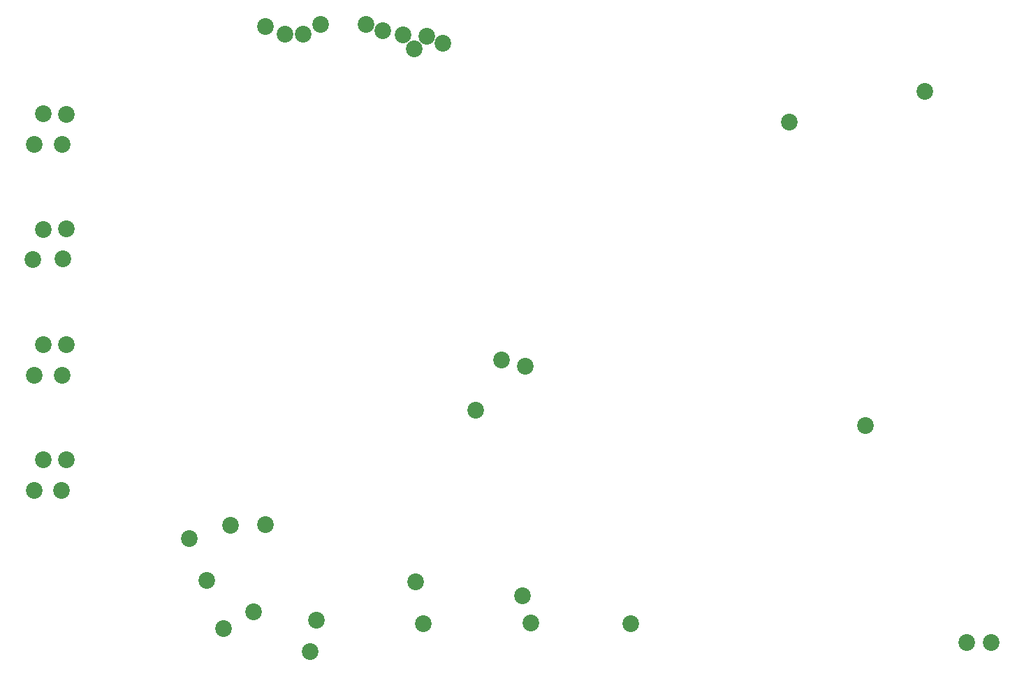
<source format=gbr>
%TF.GenerationSoftware,KiCad,Pcbnew,(6.0.10)*%
%TF.CreationDate,2023-02-14T14:37:58+00:00*%
%TF.ProjectId,Coverboard,436f7665-7262-46f6-9172-642e6b696361,rev?*%
%TF.SameCoordinates,Original*%
%TF.FileFunction,Soldermask,Top*%
%TF.FilePolarity,Negative*%
%FSLAX46Y46*%
G04 Gerber Fmt 4.6, Leading zero omitted, Abs format (unit mm)*
G04 Created by KiCad (PCBNEW (6.0.10)) date 2023-02-14 14:37:58*
%MOMM*%
%LPD*%
G01*
G04 APERTURE LIST*
%ADD10C,2.020000*%
G04 APERTURE END LIST*
D10*
%TO.C,H18*%
X110689975Y-132409975D03*
%TD*%
%TO.C,H5*%
X128854323Y-62380000D03*
%TD*%
%TO.C,H45*%
X143660000Y-102590000D03*
%TD*%
%TO.C,H3*%
X84110000Y-103690000D03*
%TD*%
%TO.C,H27*%
X85210000Y-113990000D03*
%TD*%
%TO.C,H9*%
X130240014Y-64110001D03*
%TD*%
%TO.C,H47*%
X88060000Y-113940000D03*
%TD*%
%TO.C,H10*%
X192060000Y-69290000D03*
%TD*%
%TO.C,H46*%
X87460000Y-117690000D03*
%TD*%
%TO.C,H40*%
X130360000Y-128740000D03*
%TD*%
%TO.C,H44*%
X102899987Y-123559999D03*
%TD*%
%TO.C,H39*%
X200160000Y-136140000D03*
%TD*%
%TO.C,H12*%
X114529982Y-62280031D03*
%TD*%
%TO.C,H2*%
X143310000Y-130490000D03*
%TD*%
%TO.C,H26*%
X118360000Y-133390000D03*
%TD*%
%TO.C,H17*%
X87510000Y-103690000D03*
%TD*%
%TO.C,H43*%
X107968652Y-121874320D03*
%TD*%
%TO.C,H6*%
X88060000Y-85940000D03*
%TD*%
%TO.C,H14*%
X88060000Y-99990000D03*
%TD*%
%TO.C,H35*%
X105038598Y-128617851D03*
%TD*%
%TO.C,H8*%
X184910000Y-109790000D03*
%TD*%
%TO.C,H23*%
X124330031Y-61159999D03*
%TD*%
%TO.C,H21*%
X197210000Y-136140000D03*
%TD*%
%TO.C,H15*%
X117610000Y-137240000D03*
%TD*%
%TO.C,H4*%
X85210000Y-71990000D03*
%TD*%
%TO.C,H38*%
X83960000Y-89690000D03*
%TD*%
%TO.C,H33*%
X84110000Y-117690000D03*
%TD*%
%TO.C,H30*%
X85210000Y-99990000D03*
%TD*%
%TO.C,H13*%
X85210000Y-85990000D03*
%TD*%
%TO.C,H42*%
X88060000Y-72040000D03*
%TD*%
%TO.C,H1*%
X116719994Y-62309989D03*
%TD*%
%TO.C,H11*%
X156460000Y-133840000D03*
%TD*%
%TO.C,H32*%
X175660000Y-72990000D03*
%TD*%
%TO.C,H24*%
X84110000Y-75690000D03*
%TD*%
%TO.C,H29*%
X112204970Y-121830019D03*
%TD*%
%TO.C,H41*%
X144360000Y-133790000D03*
%TD*%
%TO.C,H28*%
X133649987Y-63449977D03*
%TD*%
%TO.C,H16*%
X140760000Y-101890000D03*
%TD*%
%TO.C,H19*%
X126430016Y-61870011D03*
%TD*%
%TO.C,H34*%
X131762109Y-62550000D03*
%TD*%
%TO.C,H25*%
X87610000Y-89590000D03*
%TD*%
%TO.C,H31*%
X112169997Y-61350001D03*
%TD*%
%TO.C,H7*%
X118830000Y-61150000D03*
%TD*%
%TO.C,H37*%
X87560000Y-75690000D03*
%TD*%
%TO.C,H36*%
X131310000Y-133840000D03*
%TD*%
%TO.C,H20*%
X107109999Y-134435023D03*
%TD*%
%TO.C,H22*%
X137660000Y-107940000D03*
%TD*%
M02*

</source>
